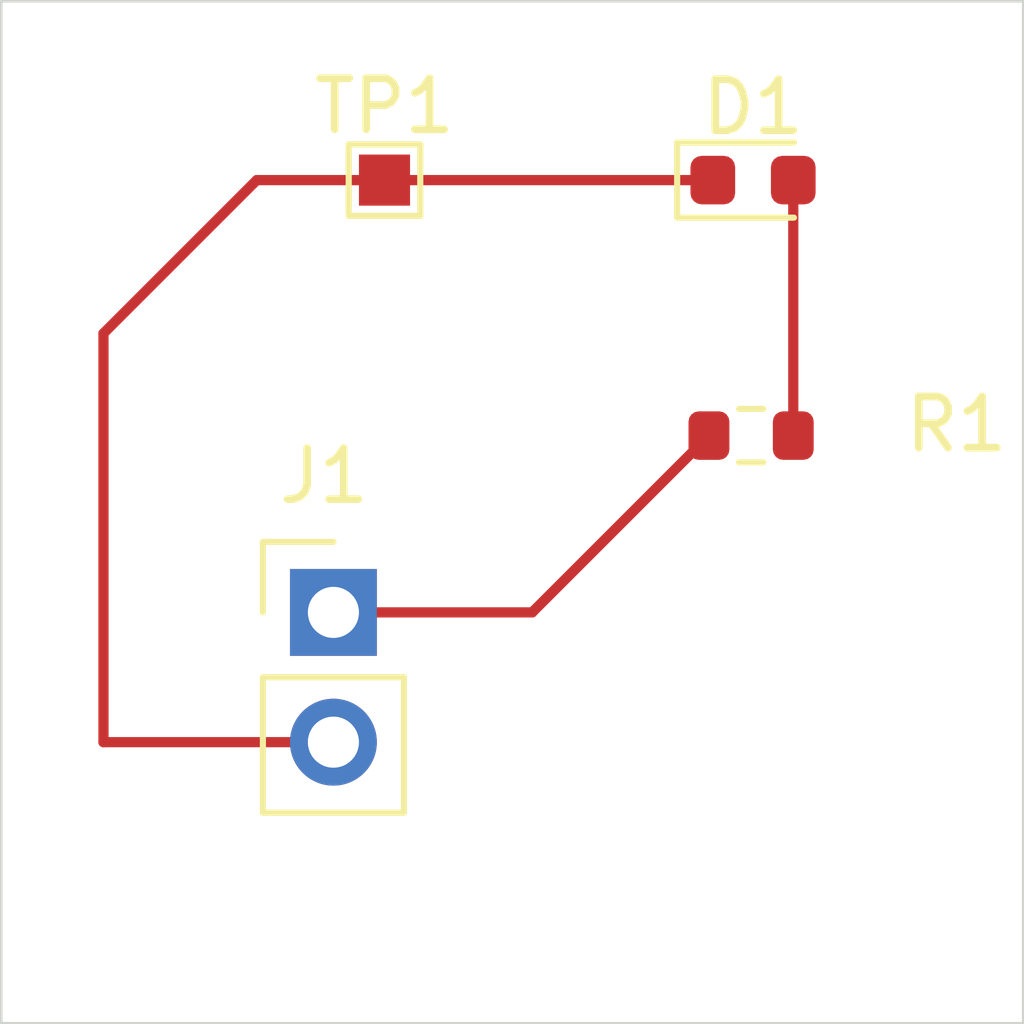
<source format=kicad_pcb>
(kicad_pcb (version 20241229) (generator "pcbnew") (generator_version "9.0")
  (layers (0 "F.Cu" signal) (2 "B.Cu" signal) (13 "F.Paste" user) (15 "B.Paste" user) (5 "F.SilkS" user "F.Silkscreen") (7 "B.SilkS" user "B.Silkscreen") (1 "F.Mask" user) (3 "B.Mask" user) (25 "Edge.Cuts" user))
  (net 0 "")
  (net 1 "Net-(D1-K)")
  (net 2 "Net-(D1-A)")
  (net 3 "+5V")
  (footprint "Resistor_SMD:R_0603_1608Metric" (layer "F.Cu") (at 154.675 98.5)
    (property "Reference" "R1" (at 4.02 -0.22 0) (layer "F.SilkS"))
    (property "Value" "R")
    (fp_line (start -0.237258 -0.5225) (end 0.237258 -0.5225) (stroke (width 0.12)) (layer "F.SilkS"))
    (fp_line (start -0.237258 0.5225) (end 0.237258 0.5225) (stroke (width 0.12)) (layer "F.SilkS"))
    (pad "1" smd roundrect (at -0.825 0) (size 0.8 0.95) (layers "F.Cu" "F.Mask" "F.Paste") (net 3 "+5V"))
    (pad "2" smd roundrect (at 0.825 0) (size 0.8 0.95) (layers "F.Cu" "F.Mask" "F.Paste") (net 2 "Net-(D1-A)"))
  )
  (footprint "TestPoint:TestPoint_Pad_1.0x1.0mm" (layer "F.Cu") (at 147.5 93.5)
    (property "Reference" "TP1" (at 0 -1.448 0) (layer "F.SilkS"))
    (property "Value" "TestPoint")
    (fp_line (start -0.7 -0.7) (end 0.7 -0.7) (stroke (width 0.12)) (layer "F.SilkS"))
    (fp_line (start -0.7 0.7) (end -0.7 -0.7) (stroke (width 0.12)) (layer "F.SilkS"))
    (fp_line (start 0.7 -0.7) (end 0.7 0.7) (stroke (width 0.12)) (layer "F.SilkS"))
    (fp_line (start 0.7 0.7) (end -0.7 0.7) (stroke (width 0.12)) (layer "F.SilkS"))
    (pad "1" smd rect (at 0 0) (size 1 1) (layers "F.Cu" "F.Mask") (net 1 "Net-(D1-K)"))
  )
  (footprint "Connector_PinHeader_2.54mm:PinHeader_1x02_P2.54mm_Vertical" (layer "F.Cu") (at 146.5 101.96)
    (property "Reference" "J1" (at -0.18 -2.67 0) (layer "F.SilkS"))
    (property "Value" "Conn_01x02")
    (fp_line (start -1.38 -1.38) (end 0 -1.38) (stroke (width 0.12)) (layer "F.SilkS"))
    (fp_line (start -1.38 0) (end -1.38 -1.38) (stroke (width 0.12)) (layer "F.SilkS"))
    (fp_line (start -1.38 1.27) (end -1.38 3.92) (stroke (width 0.12)) (layer "F.SilkS"))
    (fp_line (start -1.38 1.27) (end 1.38 1.27) (stroke (width 0.12)) (layer "F.SilkS"))
    (fp_line (start -1.38 3.92) (end 1.38 3.92) (stroke (width 0.12)) (layer "F.SilkS"))
    (fp_line (start 1.38 1.27) (end 1.38 3.92) (stroke (width 0.12)) (layer "F.SilkS"))
    (pad "1" thru_hole rect (at 0 0) (size 1.7 1.7) (drill 1) (layers "*.Cu" "*.Mask") (net 3 "+5V"))
    (pad "2" thru_hole circle (at 0 2.54) (size 1.7 1.7) (drill 1) (layers "*.Cu" "*.Mask") (net 1 "Net-(D1-K)"))
  )
  (footprint "LED_SMD:LED_0603_1608Metric" (layer "F.Cu") (at 154.7125 93.5)
    (property "Reference" "D1" (at 0 -1.43 0) (layer "F.SilkS"))
    (property "Value" "LED")
    (fp_line (start -1.485 -0.735) (end -1.485 0.735) (stroke (width 0.12)) (layer "F.SilkS"))
    (fp_line (start -1.485 0.735) (end 0.8 0.735) (stroke (width 0.12)) (layer "F.SilkS"))
    (fp_line (start 0.8 -0.735) (end -1.485 -0.735) (stroke (width 0.12)) (layer "F.SilkS"))
    (pad "1" smd roundrect (at -0.7875 0) (size 0.875 0.95) (layers "F.Cu" "F.Mask" "F.Paste") (net 1 "Net-(D1-K)"))
    (pad "2" smd roundrect (at 0.7875 0) (size 0.875 0.95) (layers "F.Cu" "F.Mask" "F.Paste") (net 2 "Net-(D1-A)"))
  )
  (gr_rect (start 140 90) (end 160 110) (stroke (width 0.05)) (fill no) (layer "Edge.Cuts"))
  (segment (start 153.925 93.5) (end 147.5 93.5) (width 0.2) (layer "F.Cu") (net 1))
  (segment (start 147.5 93.5) (end 145 93.5) (width 0.2) (layer "F.Cu") (net 1))
  (segment (start 142 96.5) (end 142 104.5) (width 0.2) (layer "F.Cu") (net 1))
  (segment (start 145 93.5) (end 142 96.5) (width 0.2) (layer "F.Cu") (net 1))
  (segment (start 142 104.5) (end 146.5 104.5) (width 0.2) (layer "F.Cu") (net 1))
  (segment (start 155.5 98.5) (end 155.5 93.5) (width 0.2) (layer "F.Cu") (net 2))
  (segment (start 150.39 101.96) (end 153.85 98.5) (width 0.2) (layer "F.Cu") (net 3))
  (segment (start 146.5 101.96) (end 150.39 101.96) (width 0.2) (layer "F.Cu") (net 3))
)
</source>
